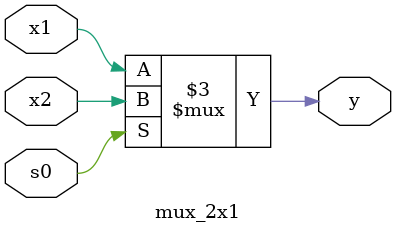
<source format=v>
`timescale 1ns/1ns

module mux_2x1(input x1,
               input x2,
               input s0,
               output y
                 );
  
  wire [2:0]w;
  reg y;
  
//   GATE LEVEL MODELLING
//   not g1(w[0],s0);
//   or g4(y,w[1],w[2]);
//   and g2(w[1],x1,w[0]);
//   and g3(w[2],x2,s0);
  
  
//   DATA FLOW MODELLING
//   assign y = s0?x2:x1;
  
  
//   BEHAVIOURAL MODELLING
  always @(x1, x2, s0) begin
    
    $monitor("x1 = %b, x2 = %b, s0 = %b, y = %b.\n ",x1,x2,s0,y);
  	
    if(s0)
      y = x2;
    else
      y = x1;
    
  end
endmodule

</source>
